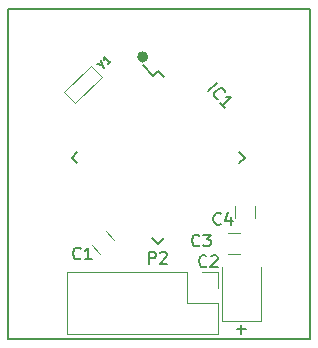
<source format=gbr>
G04 #@! TF.FileFunction,Legend,Top*
%FSLAX46Y46*%
G04 Gerber Fmt 4.6, Leading zero omitted, Abs format (unit mm)*
G04 Created by KiCad (PCBNEW 4.0.6) date 08/29/18 06:25:22*
%MOMM*%
%LPD*%
G01*
G04 APERTURE LIST*
%ADD10C,0.100000*%
%ADD11C,0.150000*%
%ADD12C,0.450000*%
%ADD13C,0.120000*%
G04 APERTURE END LIST*
D10*
D11*
X158050048Y-89866429D02*
X158811953Y-89866429D01*
X158431001Y-90247381D02*
X158431001Y-89485476D01*
D12*
X150339701Y-66815000D02*
G75*
G03X150339701Y-66815000I-268701J0D01*
G01*
D11*
X164231000Y-62735000D02*
X138711000Y-62735000D01*
X164231000Y-90685000D02*
X164231000Y-62735000D01*
X138711000Y-90685000D02*
X164231000Y-90685000D01*
X138711000Y-62745000D02*
X138711000Y-90685000D01*
D13*
X156771000Y-89165000D02*
X156771000Y-84615000D01*
X160071000Y-89165000D02*
X160071000Y-84615000D01*
X156771000Y-89165000D02*
X160071000Y-89165000D01*
X158281000Y-81765000D02*
X157281000Y-81765000D01*
X157281000Y-83465000D02*
X158281000Y-83465000D01*
X159581000Y-80465000D02*
X159581000Y-79465000D01*
X157881000Y-79465000D02*
X157881000Y-80465000D01*
D11*
X151381000Y-68016445D02*
X150974414Y-68423031D01*
X158699555Y-75335000D02*
X158222258Y-75812297D01*
X151381000Y-82653555D02*
X151858297Y-82176258D01*
X144062445Y-75335000D02*
X144539742Y-74857703D01*
X151381000Y-68016445D02*
X151858297Y-68493742D01*
X144062445Y-75335000D02*
X144539742Y-75812297D01*
X151381000Y-82653555D02*
X150903703Y-82176258D01*
X158699555Y-75335000D02*
X158222258Y-74857703D01*
X150974414Y-68423031D02*
X150072852Y-67521470D01*
D13*
X143631000Y-85065000D02*
X143631000Y-90265000D01*
X153851000Y-85065000D02*
X143631000Y-85065000D01*
X156451000Y-90265000D02*
X143631000Y-90265000D01*
X153851000Y-85065000D02*
X153851000Y-87665000D01*
X153851000Y-87665000D02*
X156451000Y-87665000D01*
X156451000Y-87665000D02*
X156451000Y-90265000D01*
X155121000Y-85065000D02*
X156451000Y-85065000D01*
X156451000Y-85065000D02*
X156451000Y-86395000D01*
X145712751Y-67564010D02*
X146631990Y-68483249D01*
X146631990Y-68483249D02*
X144369249Y-70745990D01*
X144369249Y-70745990D02*
X143450010Y-69826751D01*
X143450010Y-69826751D02*
X145712751Y-67564010D01*
X147682059Y-82286048D02*
X146974952Y-81578941D01*
X145772870Y-82781023D02*
X146479977Y-83488130D01*
D11*
X155474334Y-84522143D02*
X155426715Y-84569762D01*
X155283858Y-84617381D01*
X155188620Y-84617381D01*
X155045762Y-84569762D01*
X154950524Y-84474524D01*
X154902905Y-84379286D01*
X154855286Y-84188810D01*
X154855286Y-84045952D01*
X154902905Y-83855476D01*
X154950524Y-83760238D01*
X155045762Y-83665000D01*
X155188620Y-83617381D01*
X155283858Y-83617381D01*
X155426715Y-83665000D01*
X155474334Y-83712619D01*
X155855286Y-83712619D02*
X155902905Y-83665000D01*
X155998143Y-83617381D01*
X156236239Y-83617381D01*
X156331477Y-83665000D01*
X156379096Y-83712619D01*
X156426715Y-83807857D01*
X156426715Y-83903095D01*
X156379096Y-84045952D01*
X155807667Y-84617381D01*
X156426715Y-84617381D01*
X154864334Y-82772143D02*
X154816715Y-82819762D01*
X154673858Y-82867381D01*
X154578620Y-82867381D01*
X154435762Y-82819762D01*
X154340524Y-82724524D01*
X154292905Y-82629286D01*
X154245286Y-82438810D01*
X154245286Y-82295952D01*
X154292905Y-82105476D01*
X154340524Y-82010238D01*
X154435762Y-81915000D01*
X154578620Y-81867381D01*
X154673858Y-81867381D01*
X154816715Y-81915000D01*
X154864334Y-81962619D01*
X155197667Y-81867381D02*
X155816715Y-81867381D01*
X155483381Y-82248333D01*
X155626239Y-82248333D01*
X155721477Y-82295952D01*
X155769096Y-82343571D01*
X155816715Y-82438810D01*
X155816715Y-82676905D01*
X155769096Y-82772143D01*
X155721477Y-82819762D01*
X155626239Y-82867381D01*
X155340524Y-82867381D01*
X155245286Y-82819762D01*
X155197667Y-82772143D01*
X156684334Y-80932143D02*
X156636715Y-80979762D01*
X156493858Y-81027381D01*
X156398620Y-81027381D01*
X156255762Y-80979762D01*
X156160524Y-80884524D01*
X156112905Y-80789286D01*
X156065286Y-80598810D01*
X156065286Y-80455952D01*
X156112905Y-80265476D01*
X156160524Y-80170238D01*
X156255762Y-80075000D01*
X156398620Y-80027381D01*
X156493858Y-80027381D01*
X156636715Y-80075000D01*
X156684334Y-80122619D01*
X157541477Y-80360714D02*
X157541477Y-81027381D01*
X157303381Y-79979762D02*
X157065286Y-80694048D01*
X157684334Y-80694048D01*
X155638794Y-69696665D02*
X156345901Y-68989558D01*
X156446916Y-70370100D02*
X156379572Y-70370100D01*
X156244885Y-70302757D01*
X156177542Y-70235413D01*
X156110198Y-70100726D01*
X156110198Y-69966039D01*
X156143870Y-69865024D01*
X156244885Y-69696665D01*
X156345901Y-69595649D01*
X156514259Y-69494634D01*
X156615274Y-69460962D01*
X156749961Y-69460962D01*
X156884649Y-69528307D01*
X156951992Y-69595650D01*
X157019336Y-69730337D01*
X157019336Y-69797680D01*
X157053007Y-71110879D02*
X156648946Y-70706817D01*
X156850976Y-70908848D02*
X157558083Y-70201741D01*
X157389724Y-70235413D01*
X157255038Y-70235413D01*
X157154022Y-70201741D01*
X150612905Y-84327381D02*
X150612905Y-83327381D01*
X150993858Y-83327381D01*
X151089096Y-83375000D01*
X151136715Y-83422619D01*
X151184334Y-83517857D01*
X151184334Y-83660714D01*
X151136715Y-83755952D01*
X151089096Y-83803571D01*
X150993858Y-83851190D01*
X150612905Y-83851190D01*
X151565286Y-83422619D02*
X151612905Y-83375000D01*
X151708143Y-83327381D01*
X151946239Y-83327381D01*
X152041477Y-83375000D01*
X152089096Y-83422619D01*
X152136715Y-83517857D01*
X152136715Y-83613095D01*
X152089096Y-83755952D01*
X151517667Y-84327381D01*
X152136715Y-84327381D01*
X146603513Y-67528917D02*
X146839215Y-67764619D01*
X146179249Y-67434636D02*
X146603513Y-67528917D01*
X146509232Y-67104653D01*
X147428471Y-67175364D02*
X147145628Y-67458207D01*
X147287049Y-67316785D02*
X146792075Y-66821811D01*
X146815645Y-66939661D01*
X146815645Y-67033942D01*
X146792075Y-67104653D01*
X144814334Y-83872143D02*
X144766715Y-83919762D01*
X144623858Y-83967381D01*
X144528620Y-83967381D01*
X144385762Y-83919762D01*
X144290524Y-83824524D01*
X144242905Y-83729286D01*
X144195286Y-83538810D01*
X144195286Y-83395952D01*
X144242905Y-83205476D01*
X144290524Y-83110238D01*
X144385762Y-83015000D01*
X144528620Y-82967381D01*
X144623858Y-82967381D01*
X144766715Y-83015000D01*
X144814334Y-83062619D01*
X145766715Y-83967381D02*
X145195286Y-83967381D01*
X145481000Y-83967381D02*
X145481000Y-82967381D01*
X145385762Y-83110238D01*
X145290524Y-83205476D01*
X145195286Y-83253095D01*
M02*

</source>
